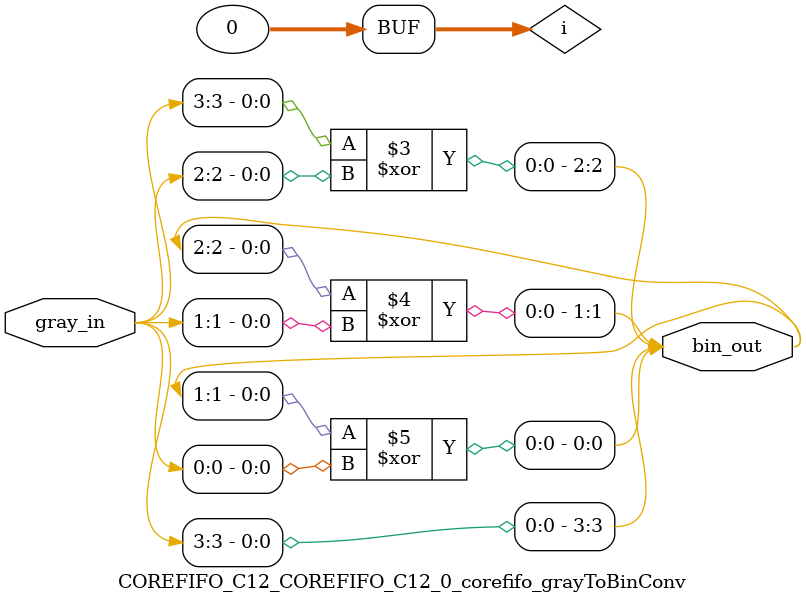
<source format=v>

`timescale 1ns / 100ps

module COREFIFO_C12_COREFIFO_C12_0_corefifo_grayToBinConv(
                                         gray_in,
                                         bin_out
                                        );

   // --------------------------------------------------------------------------
   // Parameter Declaration
   // --------------------------------------------------------------------------
   parameter ADDRWIDTH  = 3;
  // parameter SYNC_RESET = 0;   

   // --------------------------------------------------------------------------
   // I/O Declaration
   // --------------------------------------------------------------------------

   //--------
   // Inputs
   //--------
   input [ADDRWIDTH:0]    gray_in;

   //---------
   // Outputs
   //---------
   output [ADDRWIDTH:0] bin_out;

   // --------------------------------------------------------------------------
   // Internal signals
   // --------------------------------------------------------------------------
   reg [ADDRWIDTH:0]      bin_out;   
   integer                i;
   

   // --------------------------------------------------------------------------
   //                               Start - of - Code
   // --------------------------------------------------------------------------


   // --------------------------------------------------------------------------
   // Logic to Convert the Gray code to Binary
   // --------------------------------------------------------------------------
   always @(*) begin

      bin_out[ADDRWIDTH]  = gray_in[ADDRWIDTH];      

      for(i=ADDRWIDTH;i>0;i = i-1) begin
         bin_out[i-1]     = (bin_out[i] ^ gray_in[i-1]);
      end

   end

endmodule // corefifo_grayToBinConv

// --------------------------------------------------------------------------
//                             End - of - Code
// --------------------------------------------------------------------------

</source>
